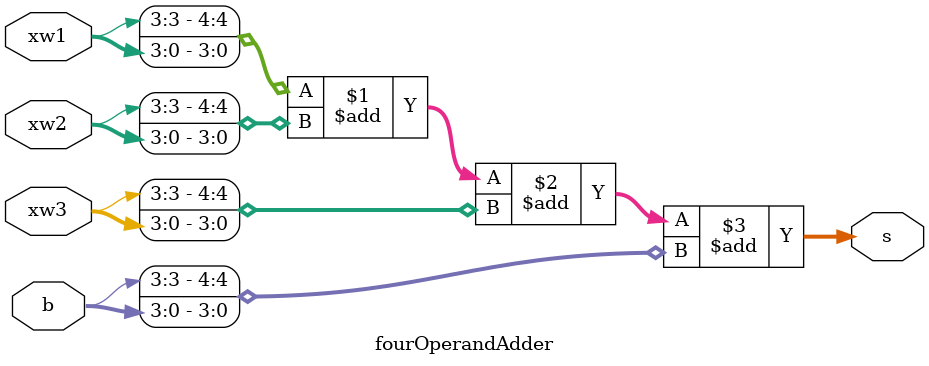
<source format=v>
`timescale 1ns / 1ps


module fourOperandAdder(s,xw1,xw2,xw3,b

    );
    output[4:0] s;
    input [3:0] xw1,xw2,xw3,b ;
    
    assign s =$signed(xw1)+$signed(xw2)+$signed(xw3)+$signed(b);
endmodule

</source>
